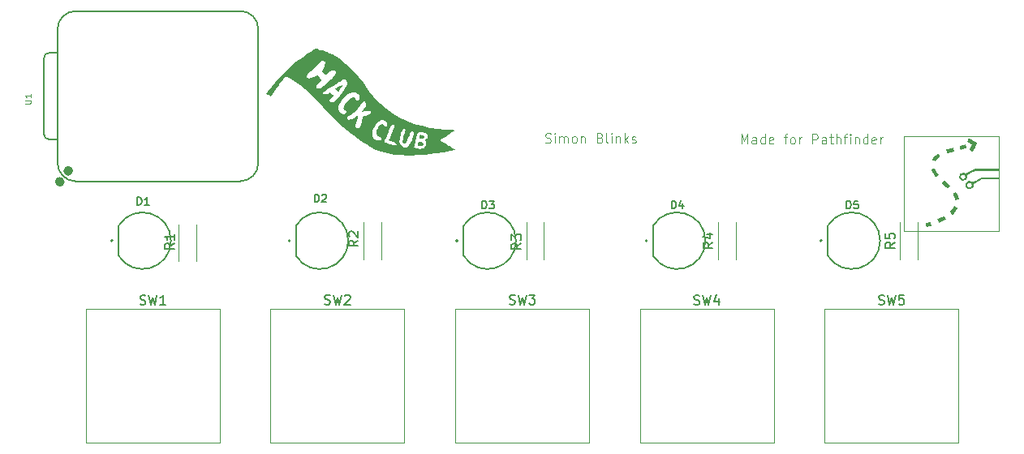
<source format=gbr>
%TF.GenerationSoftware,KiCad,Pcbnew,9.0.2*%
%TF.CreationDate,2025-07-04T18:20:36-07:00*%
%TF.ProjectId,hestia-pathfinder,68657374-6961-42d7-9061-746866696e64,rev?*%
%TF.SameCoordinates,Original*%
%TF.FileFunction,Legend,Top*%
%TF.FilePolarity,Positive*%
%FSLAX46Y46*%
G04 Gerber Fmt 4.6, Leading zero omitted, Abs format (unit mm)*
G04 Created by KiCad (PCBNEW 9.0.2) date 2025-07-04 18:20:36*
%MOMM*%
%LPD*%
G01*
G04 APERTURE LIST*
%ADD10C,0.100000*%
%ADD11C,0.150000*%
%ADD12C,0.101600*%
%ADD13C,0.000000*%
%ADD14C,0.127000*%
%ADD15C,0.200000*%
%ADD16C,0.120000*%
%ADD17C,0.504000*%
G04 APERTURE END LIST*
D10*
X172103884Y-104872419D02*
X172103884Y-103872419D01*
X172103884Y-103872419D02*
X172437217Y-104586704D01*
X172437217Y-104586704D02*
X172770550Y-103872419D01*
X172770550Y-103872419D02*
X172770550Y-104872419D01*
X173675312Y-104872419D02*
X173675312Y-104348609D01*
X173675312Y-104348609D02*
X173627693Y-104253371D01*
X173627693Y-104253371D02*
X173532455Y-104205752D01*
X173532455Y-104205752D02*
X173341979Y-104205752D01*
X173341979Y-104205752D02*
X173246741Y-104253371D01*
X173675312Y-104824800D02*
X173580074Y-104872419D01*
X173580074Y-104872419D02*
X173341979Y-104872419D01*
X173341979Y-104872419D02*
X173246741Y-104824800D01*
X173246741Y-104824800D02*
X173199122Y-104729561D01*
X173199122Y-104729561D02*
X173199122Y-104634323D01*
X173199122Y-104634323D02*
X173246741Y-104539085D01*
X173246741Y-104539085D02*
X173341979Y-104491466D01*
X173341979Y-104491466D02*
X173580074Y-104491466D01*
X173580074Y-104491466D02*
X173675312Y-104443847D01*
X174580074Y-104872419D02*
X174580074Y-103872419D01*
X174580074Y-104824800D02*
X174484836Y-104872419D01*
X174484836Y-104872419D02*
X174294360Y-104872419D01*
X174294360Y-104872419D02*
X174199122Y-104824800D01*
X174199122Y-104824800D02*
X174151503Y-104777180D01*
X174151503Y-104777180D02*
X174103884Y-104681942D01*
X174103884Y-104681942D02*
X174103884Y-104396228D01*
X174103884Y-104396228D02*
X174151503Y-104300990D01*
X174151503Y-104300990D02*
X174199122Y-104253371D01*
X174199122Y-104253371D02*
X174294360Y-104205752D01*
X174294360Y-104205752D02*
X174484836Y-104205752D01*
X174484836Y-104205752D02*
X174580074Y-104253371D01*
X175437217Y-104824800D02*
X175341979Y-104872419D01*
X175341979Y-104872419D02*
X175151503Y-104872419D01*
X175151503Y-104872419D02*
X175056265Y-104824800D01*
X175056265Y-104824800D02*
X175008646Y-104729561D01*
X175008646Y-104729561D02*
X175008646Y-104348609D01*
X175008646Y-104348609D02*
X175056265Y-104253371D01*
X175056265Y-104253371D02*
X175151503Y-104205752D01*
X175151503Y-104205752D02*
X175341979Y-104205752D01*
X175341979Y-104205752D02*
X175437217Y-104253371D01*
X175437217Y-104253371D02*
X175484836Y-104348609D01*
X175484836Y-104348609D02*
X175484836Y-104443847D01*
X175484836Y-104443847D02*
X175008646Y-104539085D01*
X176532456Y-104205752D02*
X176913408Y-104205752D01*
X176675313Y-104872419D02*
X176675313Y-104015276D01*
X176675313Y-104015276D02*
X176722932Y-103920038D01*
X176722932Y-103920038D02*
X176818170Y-103872419D01*
X176818170Y-103872419D02*
X176913408Y-103872419D01*
X177389599Y-104872419D02*
X177294361Y-104824800D01*
X177294361Y-104824800D02*
X177246742Y-104777180D01*
X177246742Y-104777180D02*
X177199123Y-104681942D01*
X177199123Y-104681942D02*
X177199123Y-104396228D01*
X177199123Y-104396228D02*
X177246742Y-104300990D01*
X177246742Y-104300990D02*
X177294361Y-104253371D01*
X177294361Y-104253371D02*
X177389599Y-104205752D01*
X177389599Y-104205752D02*
X177532456Y-104205752D01*
X177532456Y-104205752D02*
X177627694Y-104253371D01*
X177627694Y-104253371D02*
X177675313Y-104300990D01*
X177675313Y-104300990D02*
X177722932Y-104396228D01*
X177722932Y-104396228D02*
X177722932Y-104681942D01*
X177722932Y-104681942D02*
X177675313Y-104777180D01*
X177675313Y-104777180D02*
X177627694Y-104824800D01*
X177627694Y-104824800D02*
X177532456Y-104872419D01*
X177532456Y-104872419D02*
X177389599Y-104872419D01*
X178151504Y-104872419D02*
X178151504Y-104205752D01*
X178151504Y-104396228D02*
X178199123Y-104300990D01*
X178199123Y-104300990D02*
X178246742Y-104253371D01*
X178246742Y-104253371D02*
X178341980Y-104205752D01*
X178341980Y-104205752D02*
X178437218Y-104205752D01*
X179532457Y-104872419D02*
X179532457Y-103872419D01*
X179532457Y-103872419D02*
X179913409Y-103872419D01*
X179913409Y-103872419D02*
X180008647Y-103920038D01*
X180008647Y-103920038D02*
X180056266Y-103967657D01*
X180056266Y-103967657D02*
X180103885Y-104062895D01*
X180103885Y-104062895D02*
X180103885Y-104205752D01*
X180103885Y-104205752D02*
X180056266Y-104300990D01*
X180056266Y-104300990D02*
X180008647Y-104348609D01*
X180008647Y-104348609D02*
X179913409Y-104396228D01*
X179913409Y-104396228D02*
X179532457Y-104396228D01*
X180961028Y-104872419D02*
X180961028Y-104348609D01*
X180961028Y-104348609D02*
X180913409Y-104253371D01*
X180913409Y-104253371D02*
X180818171Y-104205752D01*
X180818171Y-104205752D02*
X180627695Y-104205752D01*
X180627695Y-104205752D02*
X180532457Y-104253371D01*
X180961028Y-104824800D02*
X180865790Y-104872419D01*
X180865790Y-104872419D02*
X180627695Y-104872419D01*
X180627695Y-104872419D02*
X180532457Y-104824800D01*
X180532457Y-104824800D02*
X180484838Y-104729561D01*
X180484838Y-104729561D02*
X180484838Y-104634323D01*
X180484838Y-104634323D02*
X180532457Y-104539085D01*
X180532457Y-104539085D02*
X180627695Y-104491466D01*
X180627695Y-104491466D02*
X180865790Y-104491466D01*
X180865790Y-104491466D02*
X180961028Y-104443847D01*
X181294362Y-104205752D02*
X181675314Y-104205752D01*
X181437219Y-103872419D02*
X181437219Y-104729561D01*
X181437219Y-104729561D02*
X181484838Y-104824800D01*
X181484838Y-104824800D02*
X181580076Y-104872419D01*
X181580076Y-104872419D02*
X181675314Y-104872419D01*
X182008648Y-104872419D02*
X182008648Y-103872419D01*
X182437219Y-104872419D02*
X182437219Y-104348609D01*
X182437219Y-104348609D02*
X182389600Y-104253371D01*
X182389600Y-104253371D02*
X182294362Y-104205752D01*
X182294362Y-104205752D02*
X182151505Y-104205752D01*
X182151505Y-104205752D02*
X182056267Y-104253371D01*
X182056267Y-104253371D02*
X182008648Y-104300990D01*
X182770553Y-104205752D02*
X183151505Y-104205752D01*
X182913410Y-104872419D02*
X182913410Y-104015276D01*
X182913410Y-104015276D02*
X182961029Y-103920038D01*
X182961029Y-103920038D02*
X183056267Y-103872419D01*
X183056267Y-103872419D02*
X183151505Y-103872419D01*
X183484839Y-104872419D02*
X183484839Y-104205752D01*
X183484839Y-103872419D02*
X183437220Y-103920038D01*
X183437220Y-103920038D02*
X183484839Y-103967657D01*
X183484839Y-103967657D02*
X183532458Y-103920038D01*
X183532458Y-103920038D02*
X183484839Y-103872419D01*
X183484839Y-103872419D02*
X183484839Y-103967657D01*
X183961029Y-104205752D02*
X183961029Y-104872419D01*
X183961029Y-104300990D02*
X184008648Y-104253371D01*
X184008648Y-104253371D02*
X184103886Y-104205752D01*
X184103886Y-104205752D02*
X184246743Y-104205752D01*
X184246743Y-104205752D02*
X184341981Y-104253371D01*
X184341981Y-104253371D02*
X184389600Y-104348609D01*
X184389600Y-104348609D02*
X184389600Y-104872419D01*
X185294362Y-104872419D02*
X185294362Y-103872419D01*
X185294362Y-104824800D02*
X185199124Y-104872419D01*
X185199124Y-104872419D02*
X185008648Y-104872419D01*
X185008648Y-104872419D02*
X184913410Y-104824800D01*
X184913410Y-104824800D02*
X184865791Y-104777180D01*
X184865791Y-104777180D02*
X184818172Y-104681942D01*
X184818172Y-104681942D02*
X184818172Y-104396228D01*
X184818172Y-104396228D02*
X184865791Y-104300990D01*
X184865791Y-104300990D02*
X184913410Y-104253371D01*
X184913410Y-104253371D02*
X185008648Y-104205752D01*
X185008648Y-104205752D02*
X185199124Y-104205752D01*
X185199124Y-104205752D02*
X185294362Y-104253371D01*
X186151505Y-104824800D02*
X186056267Y-104872419D01*
X186056267Y-104872419D02*
X185865791Y-104872419D01*
X185865791Y-104872419D02*
X185770553Y-104824800D01*
X185770553Y-104824800D02*
X185722934Y-104729561D01*
X185722934Y-104729561D02*
X185722934Y-104348609D01*
X185722934Y-104348609D02*
X185770553Y-104253371D01*
X185770553Y-104253371D02*
X185865791Y-104205752D01*
X185865791Y-104205752D02*
X186056267Y-104205752D01*
X186056267Y-104205752D02*
X186151505Y-104253371D01*
X186151505Y-104253371D02*
X186199124Y-104348609D01*
X186199124Y-104348609D02*
X186199124Y-104443847D01*
X186199124Y-104443847D02*
X185722934Y-104539085D01*
X186627696Y-104872419D02*
X186627696Y-104205752D01*
X186627696Y-104396228D02*
X186675315Y-104300990D01*
X186675315Y-104300990D02*
X186722934Y-104253371D01*
X186722934Y-104253371D02*
X186818172Y-104205752D01*
X186818172Y-104205752D02*
X186913410Y-104205752D01*
X151656265Y-104724800D02*
X151799122Y-104772419D01*
X151799122Y-104772419D02*
X152037217Y-104772419D01*
X152037217Y-104772419D02*
X152132455Y-104724800D01*
X152132455Y-104724800D02*
X152180074Y-104677180D01*
X152180074Y-104677180D02*
X152227693Y-104581942D01*
X152227693Y-104581942D02*
X152227693Y-104486704D01*
X152227693Y-104486704D02*
X152180074Y-104391466D01*
X152180074Y-104391466D02*
X152132455Y-104343847D01*
X152132455Y-104343847D02*
X152037217Y-104296228D01*
X152037217Y-104296228D02*
X151846741Y-104248609D01*
X151846741Y-104248609D02*
X151751503Y-104200990D01*
X151751503Y-104200990D02*
X151703884Y-104153371D01*
X151703884Y-104153371D02*
X151656265Y-104058133D01*
X151656265Y-104058133D02*
X151656265Y-103962895D01*
X151656265Y-103962895D02*
X151703884Y-103867657D01*
X151703884Y-103867657D02*
X151751503Y-103820038D01*
X151751503Y-103820038D02*
X151846741Y-103772419D01*
X151846741Y-103772419D02*
X152084836Y-103772419D01*
X152084836Y-103772419D02*
X152227693Y-103820038D01*
X152656265Y-104772419D02*
X152656265Y-104105752D01*
X152656265Y-103772419D02*
X152608646Y-103820038D01*
X152608646Y-103820038D02*
X152656265Y-103867657D01*
X152656265Y-103867657D02*
X152703884Y-103820038D01*
X152703884Y-103820038D02*
X152656265Y-103772419D01*
X152656265Y-103772419D02*
X152656265Y-103867657D01*
X153132455Y-104772419D02*
X153132455Y-104105752D01*
X153132455Y-104200990D02*
X153180074Y-104153371D01*
X153180074Y-104153371D02*
X153275312Y-104105752D01*
X153275312Y-104105752D02*
X153418169Y-104105752D01*
X153418169Y-104105752D02*
X153513407Y-104153371D01*
X153513407Y-104153371D02*
X153561026Y-104248609D01*
X153561026Y-104248609D02*
X153561026Y-104772419D01*
X153561026Y-104248609D02*
X153608645Y-104153371D01*
X153608645Y-104153371D02*
X153703883Y-104105752D01*
X153703883Y-104105752D02*
X153846740Y-104105752D01*
X153846740Y-104105752D02*
X153941979Y-104153371D01*
X153941979Y-104153371D02*
X153989598Y-104248609D01*
X153989598Y-104248609D02*
X153989598Y-104772419D01*
X154608645Y-104772419D02*
X154513407Y-104724800D01*
X154513407Y-104724800D02*
X154465788Y-104677180D01*
X154465788Y-104677180D02*
X154418169Y-104581942D01*
X154418169Y-104581942D02*
X154418169Y-104296228D01*
X154418169Y-104296228D02*
X154465788Y-104200990D01*
X154465788Y-104200990D02*
X154513407Y-104153371D01*
X154513407Y-104153371D02*
X154608645Y-104105752D01*
X154608645Y-104105752D02*
X154751502Y-104105752D01*
X154751502Y-104105752D02*
X154846740Y-104153371D01*
X154846740Y-104153371D02*
X154894359Y-104200990D01*
X154894359Y-104200990D02*
X154941978Y-104296228D01*
X154941978Y-104296228D02*
X154941978Y-104581942D01*
X154941978Y-104581942D02*
X154894359Y-104677180D01*
X154894359Y-104677180D02*
X154846740Y-104724800D01*
X154846740Y-104724800D02*
X154751502Y-104772419D01*
X154751502Y-104772419D02*
X154608645Y-104772419D01*
X155370550Y-104105752D02*
X155370550Y-104772419D01*
X155370550Y-104200990D02*
X155418169Y-104153371D01*
X155418169Y-104153371D02*
X155513407Y-104105752D01*
X155513407Y-104105752D02*
X155656264Y-104105752D01*
X155656264Y-104105752D02*
X155751502Y-104153371D01*
X155751502Y-104153371D02*
X155799121Y-104248609D01*
X155799121Y-104248609D02*
X155799121Y-104772419D01*
X157370550Y-104248609D02*
X157513407Y-104296228D01*
X157513407Y-104296228D02*
X157561026Y-104343847D01*
X157561026Y-104343847D02*
X157608645Y-104439085D01*
X157608645Y-104439085D02*
X157608645Y-104581942D01*
X157608645Y-104581942D02*
X157561026Y-104677180D01*
X157561026Y-104677180D02*
X157513407Y-104724800D01*
X157513407Y-104724800D02*
X157418169Y-104772419D01*
X157418169Y-104772419D02*
X157037217Y-104772419D01*
X157037217Y-104772419D02*
X157037217Y-103772419D01*
X157037217Y-103772419D02*
X157370550Y-103772419D01*
X157370550Y-103772419D02*
X157465788Y-103820038D01*
X157465788Y-103820038D02*
X157513407Y-103867657D01*
X157513407Y-103867657D02*
X157561026Y-103962895D01*
X157561026Y-103962895D02*
X157561026Y-104058133D01*
X157561026Y-104058133D02*
X157513407Y-104153371D01*
X157513407Y-104153371D02*
X157465788Y-104200990D01*
X157465788Y-104200990D02*
X157370550Y-104248609D01*
X157370550Y-104248609D02*
X157037217Y-104248609D01*
X158180074Y-104772419D02*
X158084836Y-104724800D01*
X158084836Y-104724800D02*
X158037217Y-104629561D01*
X158037217Y-104629561D02*
X158037217Y-103772419D01*
X158561027Y-104772419D02*
X158561027Y-104105752D01*
X158561027Y-103772419D02*
X158513408Y-103820038D01*
X158513408Y-103820038D02*
X158561027Y-103867657D01*
X158561027Y-103867657D02*
X158608646Y-103820038D01*
X158608646Y-103820038D02*
X158561027Y-103772419D01*
X158561027Y-103772419D02*
X158561027Y-103867657D01*
X159037217Y-104105752D02*
X159037217Y-104772419D01*
X159037217Y-104200990D02*
X159084836Y-104153371D01*
X159084836Y-104153371D02*
X159180074Y-104105752D01*
X159180074Y-104105752D02*
X159322931Y-104105752D01*
X159322931Y-104105752D02*
X159418169Y-104153371D01*
X159418169Y-104153371D02*
X159465788Y-104248609D01*
X159465788Y-104248609D02*
X159465788Y-104772419D01*
X159941979Y-104772419D02*
X159941979Y-103772419D01*
X160037217Y-104391466D02*
X160322931Y-104772419D01*
X160322931Y-104105752D02*
X159941979Y-104486704D01*
X160703884Y-104724800D02*
X160799122Y-104772419D01*
X160799122Y-104772419D02*
X160989598Y-104772419D01*
X160989598Y-104772419D02*
X161084836Y-104724800D01*
X161084836Y-104724800D02*
X161132455Y-104629561D01*
X161132455Y-104629561D02*
X161132455Y-104581942D01*
X161132455Y-104581942D02*
X161084836Y-104486704D01*
X161084836Y-104486704D02*
X160989598Y-104439085D01*
X160989598Y-104439085D02*
X160846741Y-104439085D01*
X160846741Y-104439085D02*
X160751503Y-104391466D01*
X160751503Y-104391466D02*
X160703884Y-104296228D01*
X160703884Y-104296228D02*
X160703884Y-104248609D01*
X160703884Y-104248609D02*
X160751503Y-104153371D01*
X160751503Y-104153371D02*
X160846741Y-104105752D01*
X160846741Y-104105752D02*
X160989598Y-104105752D01*
X160989598Y-104105752D02*
X161084836Y-104153371D01*
D11*
X164849524Y-111654295D02*
X164849524Y-110854295D01*
X164849524Y-110854295D02*
X165040000Y-110854295D01*
X165040000Y-110854295D02*
X165154286Y-110892390D01*
X165154286Y-110892390D02*
X165230476Y-110968580D01*
X165230476Y-110968580D02*
X165268571Y-111044771D01*
X165268571Y-111044771D02*
X165306667Y-111197152D01*
X165306667Y-111197152D02*
X165306667Y-111311438D01*
X165306667Y-111311438D02*
X165268571Y-111463819D01*
X165268571Y-111463819D02*
X165230476Y-111540009D01*
X165230476Y-111540009D02*
X165154286Y-111616200D01*
X165154286Y-111616200D02*
X165040000Y-111654295D01*
X165040000Y-111654295D02*
X164849524Y-111654295D01*
X165992381Y-111120961D02*
X165992381Y-111654295D01*
X165801905Y-110816200D02*
X165611428Y-111387628D01*
X165611428Y-111387628D02*
X166106667Y-111387628D01*
X149134819Y-115266667D02*
X148658628Y-115600000D01*
X149134819Y-115838095D02*
X148134819Y-115838095D01*
X148134819Y-115838095D02*
X148134819Y-115457143D01*
X148134819Y-115457143D02*
X148182438Y-115361905D01*
X148182438Y-115361905D02*
X148230057Y-115314286D01*
X148230057Y-115314286D02*
X148325295Y-115266667D01*
X148325295Y-115266667D02*
X148468152Y-115266667D01*
X148468152Y-115266667D02*
X148563390Y-115314286D01*
X148563390Y-115314286D02*
X148611009Y-115361905D01*
X148611009Y-115361905D02*
X148658628Y-115457143D01*
X148658628Y-115457143D02*
X148658628Y-115838095D01*
X148134819Y-114933333D02*
X148134819Y-114314286D01*
X148134819Y-114314286D02*
X148515771Y-114647619D01*
X148515771Y-114647619D02*
X148515771Y-114504762D01*
X148515771Y-114504762D02*
X148563390Y-114409524D01*
X148563390Y-114409524D02*
X148611009Y-114361905D01*
X148611009Y-114361905D02*
X148706247Y-114314286D01*
X148706247Y-114314286D02*
X148944342Y-114314286D01*
X148944342Y-114314286D02*
X149039580Y-114361905D01*
X149039580Y-114361905D02*
X149087200Y-114409524D01*
X149087200Y-114409524D02*
X149134819Y-114504762D01*
X149134819Y-114504762D02*
X149134819Y-114790476D01*
X149134819Y-114790476D02*
X149087200Y-114885714D01*
X149087200Y-114885714D02*
X149039580Y-114933333D01*
X128626667Y-121613200D02*
X128769524Y-121660819D01*
X128769524Y-121660819D02*
X129007619Y-121660819D01*
X129007619Y-121660819D02*
X129102857Y-121613200D01*
X129102857Y-121613200D02*
X129150476Y-121565580D01*
X129150476Y-121565580D02*
X129198095Y-121470342D01*
X129198095Y-121470342D02*
X129198095Y-121375104D01*
X129198095Y-121375104D02*
X129150476Y-121279866D01*
X129150476Y-121279866D02*
X129102857Y-121232247D01*
X129102857Y-121232247D02*
X129007619Y-121184628D01*
X129007619Y-121184628D02*
X128817143Y-121137009D01*
X128817143Y-121137009D02*
X128721905Y-121089390D01*
X128721905Y-121089390D02*
X128674286Y-121041771D01*
X128674286Y-121041771D02*
X128626667Y-120946533D01*
X128626667Y-120946533D02*
X128626667Y-120851295D01*
X128626667Y-120851295D02*
X128674286Y-120756057D01*
X128674286Y-120756057D02*
X128721905Y-120708438D01*
X128721905Y-120708438D02*
X128817143Y-120660819D01*
X128817143Y-120660819D02*
X129055238Y-120660819D01*
X129055238Y-120660819D02*
X129198095Y-120708438D01*
X129531429Y-120660819D02*
X129769524Y-121660819D01*
X129769524Y-121660819D02*
X129960000Y-120946533D01*
X129960000Y-120946533D02*
X130150476Y-121660819D01*
X130150476Y-121660819D02*
X130388572Y-120660819D01*
X130721905Y-120756057D02*
X130769524Y-120708438D01*
X130769524Y-120708438D02*
X130864762Y-120660819D01*
X130864762Y-120660819D02*
X131102857Y-120660819D01*
X131102857Y-120660819D02*
X131198095Y-120708438D01*
X131198095Y-120708438D02*
X131245714Y-120756057D01*
X131245714Y-120756057D02*
X131293333Y-120851295D01*
X131293333Y-120851295D02*
X131293333Y-120946533D01*
X131293333Y-120946533D02*
X131245714Y-121089390D01*
X131245714Y-121089390D02*
X130674286Y-121660819D01*
X130674286Y-121660819D02*
X131293333Y-121660819D01*
X188134819Y-115166666D02*
X187658628Y-115499999D01*
X188134819Y-115738094D02*
X187134819Y-115738094D01*
X187134819Y-115738094D02*
X187134819Y-115357142D01*
X187134819Y-115357142D02*
X187182438Y-115261904D01*
X187182438Y-115261904D02*
X187230057Y-115214285D01*
X187230057Y-115214285D02*
X187325295Y-115166666D01*
X187325295Y-115166666D02*
X187468152Y-115166666D01*
X187468152Y-115166666D02*
X187563390Y-115214285D01*
X187563390Y-115214285D02*
X187611009Y-115261904D01*
X187611009Y-115261904D02*
X187658628Y-115357142D01*
X187658628Y-115357142D02*
X187658628Y-115738094D01*
X187134819Y-114261904D02*
X187134819Y-114738094D01*
X187134819Y-114738094D02*
X187611009Y-114785713D01*
X187611009Y-114785713D02*
X187563390Y-114738094D01*
X187563390Y-114738094D02*
X187515771Y-114642856D01*
X187515771Y-114642856D02*
X187515771Y-114404761D01*
X187515771Y-114404761D02*
X187563390Y-114309523D01*
X187563390Y-114309523D02*
X187611009Y-114261904D01*
X187611009Y-114261904D02*
X187706247Y-114214285D01*
X187706247Y-114214285D02*
X187944342Y-114214285D01*
X187944342Y-114214285D02*
X188039580Y-114261904D01*
X188039580Y-114261904D02*
X188087200Y-114309523D01*
X188087200Y-114309523D02*
X188134819Y-114404761D01*
X188134819Y-114404761D02*
X188134819Y-114642856D01*
X188134819Y-114642856D02*
X188087200Y-114738094D01*
X188087200Y-114738094D02*
X188039580Y-114785713D01*
X127579524Y-110962295D02*
X127579524Y-110162295D01*
X127579524Y-110162295D02*
X127770000Y-110162295D01*
X127770000Y-110162295D02*
X127884286Y-110200390D01*
X127884286Y-110200390D02*
X127960476Y-110276580D01*
X127960476Y-110276580D02*
X127998571Y-110352771D01*
X127998571Y-110352771D02*
X128036667Y-110505152D01*
X128036667Y-110505152D02*
X128036667Y-110619438D01*
X128036667Y-110619438D02*
X127998571Y-110771819D01*
X127998571Y-110771819D02*
X127960476Y-110848009D01*
X127960476Y-110848009D02*
X127884286Y-110924200D01*
X127884286Y-110924200D02*
X127770000Y-110962295D01*
X127770000Y-110962295D02*
X127579524Y-110962295D01*
X128341428Y-110238485D02*
X128379524Y-110200390D01*
X128379524Y-110200390D02*
X128455714Y-110162295D01*
X128455714Y-110162295D02*
X128646190Y-110162295D01*
X128646190Y-110162295D02*
X128722381Y-110200390D01*
X128722381Y-110200390D02*
X128760476Y-110238485D01*
X128760476Y-110238485D02*
X128798571Y-110314676D01*
X128798571Y-110314676D02*
X128798571Y-110390866D01*
X128798571Y-110390866D02*
X128760476Y-110505152D01*
X128760476Y-110505152D02*
X128303333Y-110962295D01*
X128303333Y-110962295D02*
X128798571Y-110962295D01*
X109366667Y-121633200D02*
X109509524Y-121680819D01*
X109509524Y-121680819D02*
X109747619Y-121680819D01*
X109747619Y-121680819D02*
X109842857Y-121633200D01*
X109842857Y-121633200D02*
X109890476Y-121585580D01*
X109890476Y-121585580D02*
X109938095Y-121490342D01*
X109938095Y-121490342D02*
X109938095Y-121395104D01*
X109938095Y-121395104D02*
X109890476Y-121299866D01*
X109890476Y-121299866D02*
X109842857Y-121252247D01*
X109842857Y-121252247D02*
X109747619Y-121204628D01*
X109747619Y-121204628D02*
X109557143Y-121157009D01*
X109557143Y-121157009D02*
X109461905Y-121109390D01*
X109461905Y-121109390D02*
X109414286Y-121061771D01*
X109414286Y-121061771D02*
X109366667Y-120966533D01*
X109366667Y-120966533D02*
X109366667Y-120871295D01*
X109366667Y-120871295D02*
X109414286Y-120776057D01*
X109414286Y-120776057D02*
X109461905Y-120728438D01*
X109461905Y-120728438D02*
X109557143Y-120680819D01*
X109557143Y-120680819D02*
X109795238Y-120680819D01*
X109795238Y-120680819D02*
X109938095Y-120728438D01*
X110271429Y-120680819D02*
X110509524Y-121680819D01*
X110509524Y-121680819D02*
X110700000Y-120966533D01*
X110700000Y-120966533D02*
X110890476Y-121680819D01*
X110890476Y-121680819D02*
X111128572Y-120680819D01*
X112033333Y-121680819D02*
X111461905Y-121680819D01*
X111747619Y-121680819D02*
X111747619Y-120680819D01*
X111747619Y-120680819D02*
X111652381Y-120823676D01*
X111652381Y-120823676D02*
X111557143Y-120918914D01*
X111557143Y-120918914D02*
X111461905Y-120966533D01*
X167176667Y-121633200D02*
X167319524Y-121680819D01*
X167319524Y-121680819D02*
X167557619Y-121680819D01*
X167557619Y-121680819D02*
X167652857Y-121633200D01*
X167652857Y-121633200D02*
X167700476Y-121585580D01*
X167700476Y-121585580D02*
X167748095Y-121490342D01*
X167748095Y-121490342D02*
X167748095Y-121395104D01*
X167748095Y-121395104D02*
X167700476Y-121299866D01*
X167700476Y-121299866D02*
X167652857Y-121252247D01*
X167652857Y-121252247D02*
X167557619Y-121204628D01*
X167557619Y-121204628D02*
X167367143Y-121157009D01*
X167367143Y-121157009D02*
X167271905Y-121109390D01*
X167271905Y-121109390D02*
X167224286Y-121061771D01*
X167224286Y-121061771D02*
X167176667Y-120966533D01*
X167176667Y-120966533D02*
X167176667Y-120871295D01*
X167176667Y-120871295D02*
X167224286Y-120776057D01*
X167224286Y-120776057D02*
X167271905Y-120728438D01*
X167271905Y-120728438D02*
X167367143Y-120680819D01*
X167367143Y-120680819D02*
X167605238Y-120680819D01*
X167605238Y-120680819D02*
X167748095Y-120728438D01*
X168081429Y-120680819D02*
X168319524Y-121680819D01*
X168319524Y-121680819D02*
X168510000Y-120966533D01*
X168510000Y-120966533D02*
X168700476Y-121680819D01*
X168700476Y-121680819D02*
X168938572Y-120680819D01*
X169748095Y-121014152D02*
X169748095Y-121680819D01*
X169510000Y-120633200D02*
X169271905Y-121347485D01*
X169271905Y-121347485D02*
X169890952Y-121347485D01*
X145079524Y-111654295D02*
X145079524Y-110854295D01*
X145079524Y-110854295D02*
X145270000Y-110854295D01*
X145270000Y-110854295D02*
X145384286Y-110892390D01*
X145384286Y-110892390D02*
X145460476Y-110968580D01*
X145460476Y-110968580D02*
X145498571Y-111044771D01*
X145498571Y-111044771D02*
X145536667Y-111197152D01*
X145536667Y-111197152D02*
X145536667Y-111311438D01*
X145536667Y-111311438D02*
X145498571Y-111463819D01*
X145498571Y-111463819D02*
X145460476Y-111540009D01*
X145460476Y-111540009D02*
X145384286Y-111616200D01*
X145384286Y-111616200D02*
X145270000Y-111654295D01*
X145270000Y-111654295D02*
X145079524Y-111654295D01*
X145803333Y-110854295D02*
X146298571Y-110854295D01*
X146298571Y-110854295D02*
X146031905Y-111159057D01*
X146031905Y-111159057D02*
X146146190Y-111159057D01*
X146146190Y-111159057D02*
X146222381Y-111197152D01*
X146222381Y-111197152D02*
X146260476Y-111235247D01*
X146260476Y-111235247D02*
X146298571Y-111311438D01*
X146298571Y-111311438D02*
X146298571Y-111501914D01*
X146298571Y-111501914D02*
X146260476Y-111578104D01*
X146260476Y-111578104D02*
X146222381Y-111616200D01*
X146222381Y-111616200D02*
X146146190Y-111654295D01*
X146146190Y-111654295D02*
X145917619Y-111654295D01*
X145917619Y-111654295D02*
X145841428Y-111616200D01*
X145841428Y-111616200D02*
X145803333Y-111578104D01*
X132134819Y-114966667D02*
X131658628Y-115300000D01*
X132134819Y-115538095D02*
X131134819Y-115538095D01*
X131134819Y-115538095D02*
X131134819Y-115157143D01*
X131134819Y-115157143D02*
X131182438Y-115061905D01*
X131182438Y-115061905D02*
X131230057Y-115014286D01*
X131230057Y-115014286D02*
X131325295Y-114966667D01*
X131325295Y-114966667D02*
X131468152Y-114966667D01*
X131468152Y-114966667D02*
X131563390Y-115014286D01*
X131563390Y-115014286D02*
X131611009Y-115061905D01*
X131611009Y-115061905D02*
X131658628Y-115157143D01*
X131658628Y-115157143D02*
X131658628Y-115538095D01*
X131230057Y-114585714D02*
X131182438Y-114538095D01*
X131182438Y-114538095D02*
X131134819Y-114442857D01*
X131134819Y-114442857D02*
X131134819Y-114204762D01*
X131134819Y-114204762D02*
X131182438Y-114109524D01*
X131182438Y-114109524D02*
X131230057Y-114061905D01*
X131230057Y-114061905D02*
X131325295Y-114014286D01*
X131325295Y-114014286D02*
X131420533Y-114014286D01*
X131420533Y-114014286D02*
X131563390Y-114061905D01*
X131563390Y-114061905D02*
X132134819Y-114633333D01*
X132134819Y-114633333D02*
X132134819Y-114014286D01*
X183079524Y-111654295D02*
X183079524Y-110854295D01*
X183079524Y-110854295D02*
X183270000Y-110854295D01*
X183270000Y-110854295D02*
X183384286Y-110892390D01*
X183384286Y-110892390D02*
X183460476Y-110968580D01*
X183460476Y-110968580D02*
X183498571Y-111044771D01*
X183498571Y-111044771D02*
X183536667Y-111197152D01*
X183536667Y-111197152D02*
X183536667Y-111311438D01*
X183536667Y-111311438D02*
X183498571Y-111463819D01*
X183498571Y-111463819D02*
X183460476Y-111540009D01*
X183460476Y-111540009D02*
X183384286Y-111616200D01*
X183384286Y-111616200D02*
X183270000Y-111654295D01*
X183270000Y-111654295D02*
X183079524Y-111654295D01*
X184260476Y-110854295D02*
X183879524Y-110854295D01*
X183879524Y-110854295D02*
X183841428Y-111235247D01*
X183841428Y-111235247D02*
X183879524Y-111197152D01*
X183879524Y-111197152D02*
X183955714Y-111159057D01*
X183955714Y-111159057D02*
X184146190Y-111159057D01*
X184146190Y-111159057D02*
X184222381Y-111197152D01*
X184222381Y-111197152D02*
X184260476Y-111235247D01*
X184260476Y-111235247D02*
X184298571Y-111311438D01*
X184298571Y-111311438D02*
X184298571Y-111501914D01*
X184298571Y-111501914D02*
X184260476Y-111578104D01*
X184260476Y-111578104D02*
X184222381Y-111616200D01*
X184222381Y-111616200D02*
X184146190Y-111654295D01*
X184146190Y-111654295D02*
X183955714Y-111654295D01*
X183955714Y-111654295D02*
X183879524Y-111616200D01*
X183879524Y-111616200D02*
X183841428Y-111578104D01*
X186446667Y-121633200D02*
X186589524Y-121680819D01*
X186589524Y-121680819D02*
X186827619Y-121680819D01*
X186827619Y-121680819D02*
X186922857Y-121633200D01*
X186922857Y-121633200D02*
X186970476Y-121585580D01*
X186970476Y-121585580D02*
X187018095Y-121490342D01*
X187018095Y-121490342D02*
X187018095Y-121395104D01*
X187018095Y-121395104D02*
X186970476Y-121299866D01*
X186970476Y-121299866D02*
X186922857Y-121252247D01*
X186922857Y-121252247D02*
X186827619Y-121204628D01*
X186827619Y-121204628D02*
X186637143Y-121157009D01*
X186637143Y-121157009D02*
X186541905Y-121109390D01*
X186541905Y-121109390D02*
X186494286Y-121061771D01*
X186494286Y-121061771D02*
X186446667Y-120966533D01*
X186446667Y-120966533D02*
X186446667Y-120871295D01*
X186446667Y-120871295D02*
X186494286Y-120776057D01*
X186494286Y-120776057D02*
X186541905Y-120728438D01*
X186541905Y-120728438D02*
X186637143Y-120680819D01*
X186637143Y-120680819D02*
X186875238Y-120680819D01*
X186875238Y-120680819D02*
X187018095Y-120728438D01*
X187351429Y-120680819D02*
X187589524Y-121680819D01*
X187589524Y-121680819D02*
X187780000Y-120966533D01*
X187780000Y-120966533D02*
X187970476Y-121680819D01*
X187970476Y-121680819D02*
X188208572Y-120680819D01*
X189065714Y-120680819D02*
X188589524Y-120680819D01*
X188589524Y-120680819D02*
X188541905Y-121157009D01*
X188541905Y-121157009D02*
X188589524Y-121109390D01*
X188589524Y-121109390D02*
X188684762Y-121061771D01*
X188684762Y-121061771D02*
X188922857Y-121061771D01*
X188922857Y-121061771D02*
X189018095Y-121109390D01*
X189018095Y-121109390D02*
X189065714Y-121157009D01*
X189065714Y-121157009D02*
X189113333Y-121252247D01*
X189113333Y-121252247D02*
X189113333Y-121490342D01*
X189113333Y-121490342D02*
X189065714Y-121585580D01*
X189065714Y-121585580D02*
X189018095Y-121633200D01*
X189018095Y-121633200D02*
X188922857Y-121680819D01*
X188922857Y-121680819D02*
X188684762Y-121680819D01*
X188684762Y-121680819D02*
X188589524Y-121633200D01*
X188589524Y-121633200D02*
X188541905Y-121585580D01*
X112954819Y-115266666D02*
X112478628Y-115599999D01*
X112954819Y-115838094D02*
X111954819Y-115838094D01*
X111954819Y-115838094D02*
X111954819Y-115457142D01*
X111954819Y-115457142D02*
X112002438Y-115361904D01*
X112002438Y-115361904D02*
X112050057Y-115314285D01*
X112050057Y-115314285D02*
X112145295Y-115266666D01*
X112145295Y-115266666D02*
X112288152Y-115266666D01*
X112288152Y-115266666D02*
X112383390Y-115314285D01*
X112383390Y-115314285D02*
X112431009Y-115361904D01*
X112431009Y-115361904D02*
X112478628Y-115457142D01*
X112478628Y-115457142D02*
X112478628Y-115838094D01*
X112954819Y-114314285D02*
X112954819Y-114885713D01*
X112954819Y-114599999D02*
X111954819Y-114599999D01*
X111954819Y-114599999D02*
X112097676Y-114695237D01*
X112097676Y-114695237D02*
X112192914Y-114790475D01*
X112192914Y-114790475D02*
X112240533Y-114885713D01*
D12*
X97353479Y-100683809D02*
X97867526Y-100683809D01*
X97867526Y-100683809D02*
X97928002Y-100653571D01*
X97928002Y-100653571D02*
X97958241Y-100623333D01*
X97958241Y-100623333D02*
X97988479Y-100562857D01*
X97988479Y-100562857D02*
X97988479Y-100441904D01*
X97988479Y-100441904D02*
X97958241Y-100381428D01*
X97958241Y-100381428D02*
X97928002Y-100351190D01*
X97928002Y-100351190D02*
X97867526Y-100320952D01*
X97867526Y-100320952D02*
X97353479Y-100320952D01*
X97988479Y-99685952D02*
X97988479Y-100048809D01*
X97988479Y-99867381D02*
X97353479Y-99867381D01*
X97353479Y-99867381D02*
X97444193Y-99927857D01*
X97444193Y-99927857D02*
X97504669Y-99988333D01*
X97504669Y-99988333D02*
X97534907Y-100048809D01*
D11*
X109079524Y-111262295D02*
X109079524Y-110462295D01*
X109079524Y-110462295D02*
X109270000Y-110462295D01*
X109270000Y-110462295D02*
X109384286Y-110500390D01*
X109384286Y-110500390D02*
X109460476Y-110576580D01*
X109460476Y-110576580D02*
X109498571Y-110652771D01*
X109498571Y-110652771D02*
X109536667Y-110805152D01*
X109536667Y-110805152D02*
X109536667Y-110919438D01*
X109536667Y-110919438D02*
X109498571Y-111071819D01*
X109498571Y-111071819D02*
X109460476Y-111148009D01*
X109460476Y-111148009D02*
X109384286Y-111224200D01*
X109384286Y-111224200D02*
X109270000Y-111262295D01*
X109270000Y-111262295D02*
X109079524Y-111262295D01*
X110298571Y-111262295D02*
X109841428Y-111262295D01*
X110070000Y-111262295D02*
X110070000Y-110462295D01*
X110070000Y-110462295D02*
X109993809Y-110576580D01*
X109993809Y-110576580D02*
X109917619Y-110652771D01*
X109917619Y-110652771D02*
X109841428Y-110690866D01*
X147926667Y-121613200D02*
X148069524Y-121660819D01*
X148069524Y-121660819D02*
X148307619Y-121660819D01*
X148307619Y-121660819D02*
X148402857Y-121613200D01*
X148402857Y-121613200D02*
X148450476Y-121565580D01*
X148450476Y-121565580D02*
X148498095Y-121470342D01*
X148498095Y-121470342D02*
X148498095Y-121375104D01*
X148498095Y-121375104D02*
X148450476Y-121279866D01*
X148450476Y-121279866D02*
X148402857Y-121232247D01*
X148402857Y-121232247D02*
X148307619Y-121184628D01*
X148307619Y-121184628D02*
X148117143Y-121137009D01*
X148117143Y-121137009D02*
X148021905Y-121089390D01*
X148021905Y-121089390D02*
X147974286Y-121041771D01*
X147974286Y-121041771D02*
X147926667Y-120946533D01*
X147926667Y-120946533D02*
X147926667Y-120851295D01*
X147926667Y-120851295D02*
X147974286Y-120756057D01*
X147974286Y-120756057D02*
X148021905Y-120708438D01*
X148021905Y-120708438D02*
X148117143Y-120660819D01*
X148117143Y-120660819D02*
X148355238Y-120660819D01*
X148355238Y-120660819D02*
X148498095Y-120708438D01*
X148831429Y-120660819D02*
X149069524Y-121660819D01*
X149069524Y-121660819D02*
X149260000Y-120946533D01*
X149260000Y-120946533D02*
X149450476Y-121660819D01*
X149450476Y-121660819D02*
X149688572Y-120660819D01*
X149974286Y-120660819D02*
X150593333Y-120660819D01*
X150593333Y-120660819D02*
X150260000Y-121041771D01*
X150260000Y-121041771D02*
X150402857Y-121041771D01*
X150402857Y-121041771D02*
X150498095Y-121089390D01*
X150498095Y-121089390D02*
X150545714Y-121137009D01*
X150545714Y-121137009D02*
X150593333Y-121232247D01*
X150593333Y-121232247D02*
X150593333Y-121470342D01*
X150593333Y-121470342D02*
X150545714Y-121565580D01*
X150545714Y-121565580D02*
X150498095Y-121613200D01*
X150498095Y-121613200D02*
X150402857Y-121660819D01*
X150402857Y-121660819D02*
X150117143Y-121660819D01*
X150117143Y-121660819D02*
X150021905Y-121613200D01*
X150021905Y-121613200D02*
X149974286Y-121565580D01*
X169134819Y-115166666D02*
X168658628Y-115499999D01*
X169134819Y-115738094D02*
X168134819Y-115738094D01*
X168134819Y-115738094D02*
X168134819Y-115357142D01*
X168134819Y-115357142D02*
X168182438Y-115261904D01*
X168182438Y-115261904D02*
X168230057Y-115214285D01*
X168230057Y-115214285D02*
X168325295Y-115166666D01*
X168325295Y-115166666D02*
X168468152Y-115166666D01*
X168468152Y-115166666D02*
X168563390Y-115214285D01*
X168563390Y-115214285D02*
X168611009Y-115261904D01*
X168611009Y-115261904D02*
X168658628Y-115357142D01*
X168658628Y-115357142D02*
X168658628Y-115738094D01*
X168468152Y-114309523D02*
X169134819Y-114309523D01*
X168087200Y-114547618D02*
X168801485Y-114785713D01*
X168801485Y-114785713D02*
X168801485Y-114166666D01*
D13*
%TO.C,G\u002A\u002A\u002A*%
G36*
X138692560Y-103954178D02*
G01*
X138810390Y-103980832D01*
X138916778Y-104014454D01*
X138997300Y-104055360D01*
X139023705Y-104113160D01*
X139021769Y-104172795D01*
X139010444Y-104238489D01*
X138979863Y-104278430D01*
X138911138Y-104305832D01*
X138793961Y-104332150D01*
X138673595Y-104354075D01*
X138585797Y-104364951D01*
X138555067Y-104363794D01*
X138547148Y-104322270D01*
X138550155Y-104228814D01*
X138558658Y-104144162D01*
X138584409Y-103937323D01*
X138692560Y-103954178D01*
G37*
G36*
X138657541Y-104672891D02*
G01*
X138770999Y-104713545D01*
X138865294Y-104770899D01*
X138919416Y-104839205D01*
X138922253Y-104848007D01*
X138914532Y-104932325D01*
X138869222Y-105026981D01*
X138806125Y-105092418D01*
X138797778Y-105096658D01*
X138709291Y-105118447D01*
X138593226Y-105126085D01*
X138473017Y-105121046D01*
X138372100Y-105104803D01*
X138313910Y-105078827D01*
X138307844Y-105065864D01*
X138319013Y-105010648D01*
X138346706Y-104918503D01*
X138351325Y-104904757D01*
X138386219Y-104797554D01*
X138411333Y-104712266D01*
X138412290Y-104708561D01*
X138457177Y-104664653D01*
X138545931Y-104654677D01*
X138657541Y-104672891D01*
G37*
G36*
X130458667Y-98808017D02*
G01*
X130420708Y-98897083D01*
X130350093Y-99020834D01*
X130253789Y-99166555D01*
X130187319Y-99258258D01*
X130109594Y-99352834D01*
X130048191Y-99388333D01*
X129980573Y-99366269D01*
X129884207Y-99288157D01*
X129874323Y-99279301D01*
X129789668Y-99204299D01*
X129740866Y-99152357D01*
X129733877Y-99111934D01*
X129774665Y-99071482D01*
X129869196Y-99019455D01*
X130023433Y-98944314D01*
X130055436Y-98928695D01*
X130208609Y-98856693D01*
X130337071Y-98801876D01*
X130425459Y-98770455D01*
X130457002Y-98766342D01*
X130458667Y-98808017D01*
G37*
G36*
X127878860Y-94919512D02*
G01*
X127909459Y-94955373D01*
X127911614Y-94959309D01*
X127951310Y-95006089D01*
X128024064Y-95040644D01*
X128149362Y-95071538D01*
X128181042Y-95077763D01*
X128424504Y-95131781D01*
X128654046Y-95200282D01*
X128889006Y-95290651D01*
X129148719Y-95410282D01*
X129433305Y-95556341D01*
X129904631Y-95830380D01*
X130365516Y-96147679D01*
X130820352Y-96512532D01*
X131273537Y-96929239D01*
X131729470Y-97402097D01*
X132192544Y-97935407D01*
X132667153Y-98533466D01*
X133151730Y-99192185D01*
X133314231Y-99414765D01*
X133492050Y-99648710D01*
X133669392Y-99873849D01*
X133830457Y-100070011D01*
X133922576Y-100176502D01*
X134468636Y-100731813D01*
X135072211Y-101240836D01*
X135729067Y-101701673D01*
X136434969Y-102112422D01*
X137185683Y-102471187D01*
X137976975Y-102776067D01*
X138804613Y-103025163D01*
X139664358Y-103216577D01*
X140551980Y-103348408D01*
X141106838Y-103398864D01*
X141336696Y-103413945D01*
X141556803Y-103426810D01*
X141748654Y-103436485D01*
X141893742Y-103442004D01*
X141948509Y-103442917D01*
X142065110Y-103449482D01*
X142145287Y-103466299D01*
X142167370Y-103482106D01*
X142139682Y-103512782D01*
X142056355Y-103577717D01*
X141926162Y-103670738D01*
X141757881Y-103785676D01*
X141560283Y-103916365D01*
X141428399Y-104001633D01*
X141216040Y-104138305D01*
X141026039Y-104261589D01*
X140867465Y-104365520D01*
X140749385Y-104444135D01*
X140680863Y-104491464D01*
X140667285Y-104502407D01*
X140695435Y-104526227D01*
X140780785Y-104582261D01*
X140914461Y-104665070D01*
X141087585Y-104769223D01*
X141291283Y-104889283D01*
X141443908Y-104977917D01*
X141675397Y-105113212D01*
X141877245Y-105234410D01*
X142041361Y-105336419D01*
X142159654Y-105414148D01*
X142224029Y-105462510D01*
X142233522Y-105474558D01*
X142197209Y-105497017D01*
X142090295Y-105530138D01*
X141917321Y-105572903D01*
X141682829Y-105624300D01*
X141391366Y-105683308D01*
X141047473Y-105748912D01*
X140824028Y-105789903D01*
X140465192Y-105848029D01*
X140051095Y-105903619D01*
X139599811Y-105955080D01*
X139129415Y-106000827D01*
X138657981Y-106039270D01*
X138203583Y-106068822D01*
X137784297Y-106087895D01*
X137418198Y-106094900D01*
X137355066Y-106094728D01*
X136589209Y-106067318D01*
X135870231Y-105996589D01*
X135202475Y-105883285D01*
X134590284Y-105728154D01*
X134037995Y-105531939D01*
X134007940Y-105519335D01*
X133824821Y-105432453D01*
X133592955Y-105307726D01*
X133324619Y-105152685D01*
X133032085Y-104974867D01*
X132727628Y-104781810D01*
X132426660Y-104583117D01*
X134898093Y-104583117D01*
X134909955Y-104658988D01*
X134962932Y-104723878D01*
X135064125Y-104784660D01*
X135220631Y-104848204D01*
X135439550Y-104921382D01*
X135585126Y-104966986D01*
X135810461Y-105025611D01*
X135976488Y-105042547D01*
X136087494Y-105017801D01*
X136139663Y-104967832D01*
X136137296Y-104903768D01*
X136070715Y-104831662D01*
X135950020Y-104759590D01*
X135808987Y-104703252D01*
X135664179Y-104649092D01*
X135609879Y-104624932D01*
X136449713Y-104624932D01*
X136484004Y-104817460D01*
X136576907Y-104993560D01*
X136714304Y-105137065D01*
X136882078Y-105231810D01*
X137004266Y-105259944D01*
X137156815Y-105237410D01*
X137223564Y-105196837D01*
X137963660Y-105196837D01*
X137986792Y-105254287D01*
X138074160Y-105311078D01*
X138214126Y-105361534D01*
X138373624Y-105396542D01*
X138566693Y-105409700D01*
X138760187Y-105390429D01*
X138930635Y-105343354D01*
X139054560Y-105273109D01*
X139069169Y-105259345D01*
X139144398Y-105137536D01*
X139186721Y-104978004D01*
X139194638Y-104807198D01*
X139166657Y-104651566D01*
X139109496Y-104546276D01*
X139095221Y-104505521D01*
X139141455Y-104462192D01*
X139150969Y-104456164D01*
X139253758Y-104357581D01*
X139334499Y-104218077D01*
X139377818Y-104069487D01*
X139378801Y-103984269D01*
X139360652Y-103902986D01*
X139322221Y-103848441D01*
X139243532Y-103798929D01*
X139179561Y-103767723D01*
X139026829Y-103715330D01*
X138841670Y-103679851D01*
X138653500Y-103664484D01*
X138491739Y-103672421D01*
X138429499Y-103686274D01*
X138375498Y-103709258D01*
X138339708Y-103748437D01*
X138309807Y-103824102D01*
X138279596Y-103933108D01*
X138253352Y-104035028D01*
X138214839Y-104186880D01*
X138168340Y-104371512D01*
X138118148Y-104571770D01*
X138068546Y-104770505D01*
X138023826Y-104950563D01*
X137988276Y-105094789D01*
X137966182Y-105186036D01*
X137963660Y-105196837D01*
X137223564Y-105196837D01*
X137310032Y-105144278D01*
X137459261Y-104985817D01*
X137599850Y-104767288D01*
X137727145Y-104493957D01*
X137761681Y-104403060D01*
X137854993Y-104119890D01*
X137907307Y-103896549D01*
X137918938Y-103729018D01*
X137890205Y-103613280D01*
X137828963Y-103549420D01*
X137756370Y-103531118D01*
X137687299Y-103567207D01*
X137617682Y-103663045D01*
X137543451Y-103823988D01*
X137472914Y-104018271D01*
X137379255Y-104272047D01*
X137281145Y-104494804D01*
X137184574Y-104675031D01*
X137095530Y-104801215D01*
X137038955Y-104852447D01*
X136950405Y-104868150D01*
X136857005Y-104830004D01*
X136797558Y-104762862D01*
X136783589Y-104697044D01*
X136790753Y-104587282D01*
X136820318Y-104426522D01*
X136873553Y-104207707D01*
X136942507Y-103956164D01*
X137005366Y-103720906D01*
X137041610Y-103546639D01*
X137051814Y-103423334D01*
X137036551Y-103340960D01*
X136996395Y-103289490D01*
X136981257Y-103279529D01*
X136887428Y-103261398D01*
X136800954Y-103317313D01*
X136724532Y-103445416D01*
X136718216Y-103460482D01*
X136666193Y-103608325D01*
X136610822Y-103798983D01*
X136556928Y-104011501D01*
X136509348Y-104224930D01*
X136472909Y-104418314D01*
X136452445Y-104570702D01*
X136449713Y-104624932D01*
X135609879Y-104624932D01*
X135525459Y-104587370D01*
X135466879Y-104556610D01*
X135331530Y-104478465D01*
X135441217Y-104245426D01*
X135606074Y-103885644D01*
X135732947Y-103586603D01*
X135823225Y-103343984D01*
X135878298Y-103153468D01*
X135899554Y-103010735D01*
X135894546Y-102966224D01*
X135888385Y-102911467D01*
X135877959Y-102887760D01*
X135834941Y-102842281D01*
X135766989Y-102845938D01*
X135730219Y-102858473D01*
X135671266Y-102888216D01*
X135616764Y-102936386D01*
X135561161Y-103012583D01*
X135498901Y-103126398D01*
X135424431Y-103287424D01*
X135332198Y-103505258D01*
X135275376Y-103644153D01*
X135191595Y-103848428D01*
X135107032Y-104051115D01*
X135031099Y-104229864D01*
X134973209Y-104362321D01*
X134969320Y-104370953D01*
X134920248Y-104489396D01*
X134898093Y-104583117D01*
X132426660Y-104583117D01*
X132423523Y-104581046D01*
X132132044Y-104380116D01*
X132007874Y-104291364D01*
X131645369Y-104022533D01*
X131393468Y-103825442D01*
X133593947Y-103825442D01*
X133615689Y-104052521D01*
X133699424Y-104248024D01*
X133837239Y-104401659D01*
X134021218Y-104503131D01*
X134137803Y-104532750D01*
X134300771Y-104535450D01*
X134438086Y-104493131D01*
X134528311Y-104412561D01*
X134530502Y-104408871D01*
X134566261Y-104316298D01*
X134545545Y-104245574D01*
X134461422Y-104186676D01*
X134345971Y-104142047D01*
X134194254Y-104076171D01*
X134101139Y-103989600D01*
X134056881Y-103866364D01*
X134051723Y-103690498D01*
X134053415Y-103662964D01*
X134073898Y-103505267D01*
X134118798Y-103364780D01*
X134200108Y-103204427D01*
X134203901Y-103197753D01*
X134328878Y-103008796D01*
X134452136Y-102888614D01*
X134581801Y-102830574D01*
X134663004Y-102822767D01*
X134743884Y-102830990D01*
X134798109Y-102866375D01*
X134856022Y-102948984D01*
X134857465Y-102951319D01*
X134944694Y-103055277D01*
X135026169Y-103086471D01*
X135093563Y-103048138D01*
X135138547Y-102943524D01*
X135152066Y-102836696D01*
X135142614Y-102770935D01*
X135128027Y-102669432D01*
X135047213Y-102538259D01*
X134922141Y-102447928D01*
X134765325Y-102403192D01*
X134589283Y-102408807D01*
X134406532Y-102469522D01*
X134319049Y-102520343D01*
X134149069Y-102668292D01*
X133983788Y-102871876D01*
X133834391Y-103110961D01*
X133712063Y-103365411D01*
X133627995Y-103615089D01*
X133593947Y-103825442D01*
X131393468Y-103825442D01*
X131297767Y-103750564D01*
X130956550Y-103467708D01*
X130613199Y-103166219D01*
X130259197Y-102838349D01*
X129886023Y-102476353D01*
X129625355Y-102213728D01*
X130955760Y-102213728D01*
X130978467Y-102272841D01*
X131061289Y-102338913D01*
X131189291Y-102359953D01*
X131348785Y-102339066D01*
X131526079Y-102279356D01*
X131707481Y-102183929D01*
X131859387Y-102073088D01*
X131958520Y-101998190D01*
X132027436Y-101972994D01*
X132084165Y-101988911D01*
X132112970Y-102011301D01*
X132126040Y-102045301D01*
X132121179Y-102103401D01*
X132096187Y-102198095D01*
X132048860Y-102341872D01*
X131994700Y-102497064D01*
X131922210Y-102711350D01*
X131876982Y-102868220D01*
X131856157Y-102980084D01*
X131856876Y-103059349D01*
X131860791Y-103078346D01*
X131921403Y-103195416D01*
X132019280Y-103258470D01*
X132137315Y-103256628D01*
X132139787Y-103255847D01*
X132244601Y-103197545D01*
X132331626Y-103090973D01*
X132406240Y-102927013D01*
X132473821Y-102696547D01*
X132476796Y-102684412D01*
X132515577Y-102510957D01*
X132542963Y-102365355D01*
X132546808Y-102344914D01*
X132565361Y-102214517D01*
X132567870Y-102183282D01*
X132576253Y-102021765D01*
X132732746Y-101985281D01*
X132909239Y-101933795D01*
X133087942Y-101864261D01*
X133250300Y-101785741D01*
X133377755Y-101707296D01*
X133451754Y-101637981D01*
X133455079Y-101632638D01*
X133487759Y-101533305D01*
X133452514Y-101466992D01*
X133349984Y-101433825D01*
X133180807Y-101433932D01*
X132945627Y-101467439D01*
X132787654Y-101500314D01*
X132639442Y-101530640D01*
X132531295Y-101546417D01*
X132475370Y-101546317D01*
X132475732Y-101534434D01*
X132523245Y-101481672D01*
X132598966Y-101381270D01*
X132690609Y-101249963D01*
X132747754Y-101163877D01*
X132842143Y-101017234D01*
X132901226Y-100916510D01*
X132931605Y-100844173D01*
X132939891Y-100782684D01*
X132932686Y-100714510D01*
X132927769Y-100686050D01*
X132902806Y-100609442D01*
X132886388Y-100559056D01*
X132822014Y-100483040D01*
X132821012Y-100482453D01*
X132747270Y-100458395D01*
X132669654Y-100475874D01*
X132580872Y-100540779D01*
X132473618Y-100659006D01*
X132340595Y-100836444D01*
X132286223Y-100914174D01*
X132077724Y-101195927D01*
X131872002Y-101426668D01*
X131647558Y-101627465D01*
X131382908Y-101819382D01*
X131321485Y-101859702D01*
X131145544Y-101978985D01*
X131030542Y-102072211D01*
X130969581Y-102147688D01*
X130955760Y-102213728D01*
X129625355Y-102213728D01*
X129485158Y-102072478D01*
X129048085Y-101618980D01*
X128912994Y-101476706D01*
X128485608Y-101028055D01*
X130092032Y-101028055D01*
X130092538Y-101256539D01*
X130160312Y-101455512D01*
X130229181Y-101554489D01*
X130352829Y-101679358D01*
X130468622Y-101746428D01*
X130598593Y-101767826D01*
X130616903Y-101767894D01*
X130759649Y-101733853D01*
X130859766Y-101639656D01*
X130888461Y-101578782D01*
X130877991Y-101510190D01*
X130803386Y-101417690D01*
X130769850Y-101386086D01*
X130661109Y-101264898D01*
X130612062Y-101142955D01*
X130621904Y-101005740D01*
X130689840Y-100838725D01*
X130735223Y-100756682D01*
X130924017Y-100498297D01*
X131166117Y-100267079D01*
X131439002Y-100084311D01*
X131456199Y-100075175D01*
X131616085Y-100010281D01*
X131736573Y-100007196D01*
X131824897Y-100067658D01*
X131882821Y-100177710D01*
X131938433Y-100298267D01*
X132001278Y-100354212D01*
X132085595Y-100356663D01*
X132105874Y-100351824D01*
X132202665Y-100290060D01*
X132269500Y-100178455D01*
X132301041Y-100039124D01*
X132291948Y-99894175D01*
X132244620Y-99777214D01*
X132137207Y-99662944D01*
X131984461Y-99564337D01*
X131817079Y-99498893D01*
X131729018Y-99483300D01*
X131515681Y-99500569D01*
X131282957Y-99579218D01*
X131042356Y-99711141D01*
X130805377Y-99888228D01*
X130583527Y-100102369D01*
X130388311Y-100345453D01*
X130292006Y-100496199D01*
X130158589Y-100773472D01*
X130092032Y-101028055D01*
X128485608Y-101028055D01*
X128432227Y-100972018D01*
X127996330Y-100521409D01*
X127788941Y-100311344D01*
X127600982Y-100120962D01*
X127241857Y-99766766D01*
X127032494Y-99567231D01*
X128483499Y-99567231D01*
X128506786Y-99653365D01*
X128586715Y-99702793D01*
X128715752Y-99709823D01*
X128835543Y-99685232D01*
X128963870Y-99641882D01*
X129073966Y-99594875D01*
X129110454Y-99574745D01*
X129162506Y-99547561D01*
X129211771Y-99548168D01*
X129279400Y-99582836D01*
X129383648Y-99655738D01*
X129483479Y-99730730D01*
X129553667Y-99788286D01*
X129576862Y-99812761D01*
X129554052Y-99847082D01*
X129488715Y-99918214D01*
X129394358Y-100011559D01*
X129382059Y-100023244D01*
X129248150Y-100155103D01*
X129165496Y-100251673D01*
X129125888Y-100325064D01*
X129121112Y-100387388D01*
X129124516Y-100403095D01*
X129182959Y-100486469D01*
X129295384Y-100526483D01*
X129450888Y-100519447D01*
X129461884Y-100517343D01*
X129544712Y-100495931D01*
X129618080Y-100461173D01*
X129697161Y-100401847D01*
X129797123Y-100306730D01*
X129856526Y-100244775D01*
X129920276Y-100178283D01*
X130212934Y-99852077D01*
X130453798Y-99548275D01*
X130656019Y-99249733D01*
X130738169Y-99112099D01*
X130876444Y-98845591D01*
X130957739Y-98625984D01*
X130982488Y-98450320D01*
X130951135Y-98315640D01*
X130870058Y-98223158D01*
X130753058Y-98177926D01*
X130603985Y-98190519D01*
X130418200Y-98262024D01*
X130219268Y-98375418D01*
X130104692Y-98447159D01*
X129939804Y-98549125D01*
X129739391Y-98672236D01*
X129518242Y-98807409D01*
X129291147Y-98945565D01*
X129257576Y-98965929D01*
X129049195Y-99094062D01*
X128862300Y-99212374D01*
X128707011Y-99314181D01*
X128593451Y-99392798D01*
X128531741Y-99441542D01*
X128524390Y-99450087D01*
X128483499Y-99567231D01*
X127032494Y-99567231D01*
X126914632Y-99454902D01*
X126614987Y-99181456D01*
X126338595Y-98942515D01*
X126081133Y-98734161D01*
X125838281Y-98552482D01*
X125605711Y-98393560D01*
X125379103Y-98253482D01*
X125308984Y-98213044D01*
X125121669Y-98110621D01*
X124940091Y-98018142D01*
X124777826Y-97941857D01*
X124693391Y-97906715D01*
X126765102Y-97906715D01*
X126824899Y-97984412D01*
X126852550Y-98002499D01*
X127002430Y-98045965D01*
X127188629Y-98023912D01*
X127411833Y-97936202D01*
X127535232Y-97869033D01*
X127666227Y-97791478D01*
X127771577Y-97727856D01*
X127834370Y-97688430D01*
X127843429Y-97682032D01*
X127873770Y-97701800D01*
X127937371Y-97765659D01*
X128020671Y-97857778D01*
X128110105Y-97962325D01*
X128192112Y-98063467D01*
X128253128Y-98145372D01*
X128279254Y-98190784D01*
X128257525Y-98224885D01*
X128194889Y-98302226D01*
X128101933Y-98410079D01*
X128025244Y-98496086D01*
X127888435Y-98653830D01*
X127801377Y-98770363D01*
X127757250Y-98855291D01*
X127749865Y-98883918D01*
X127753531Y-99002868D01*
X127813587Y-99076168D01*
X127928494Y-99106047D01*
X127934265Y-99107547D01*
X128005401Y-99109092D01*
X128128113Y-99093804D01*
X128234077Y-99061249D01*
X128240230Y-99058233D01*
X128303404Y-99013766D01*
X128410893Y-98925088D01*
X128552770Y-98801281D01*
X128719103Y-98651438D01*
X128899966Y-98484639D01*
X129085430Y-98309974D01*
X129265562Y-98136529D01*
X129430438Y-97973390D01*
X129475156Y-97928106D01*
X129635963Y-97756524D01*
X129742731Y-97621126D01*
X129801096Y-97510953D01*
X129816691Y-97415049D01*
X129795155Y-97322457D01*
X129791337Y-97313329D01*
X129752005Y-97235030D01*
X129705247Y-97198981D01*
X129620159Y-97184768D01*
X129593391Y-97182557D01*
X129520003Y-97183644D01*
X129443234Y-97203635D01*
X129348251Y-97249510D01*
X129220214Y-97328245D01*
X129072093Y-97427741D01*
X128925615Y-97527747D01*
X128803695Y-97610424D01*
X128719022Y-97667202D01*
X128684294Y-97689513D01*
X128684278Y-97689520D01*
X128654460Y-97665891D01*
X128593988Y-97599812D01*
X128517900Y-97509619D01*
X128441235Y-97413650D01*
X128379029Y-97330245D01*
X128346321Y-97277743D01*
X128346029Y-97277026D01*
X128352688Y-97217254D01*
X128415721Y-97128694D01*
X128436052Y-97106068D01*
X128533303Y-96969355D01*
X128610739Y-96801785D01*
X128662955Y-96624248D01*
X128684539Y-96457635D01*
X128670085Y-96322842D01*
X128650387Y-96278139D01*
X128559723Y-96178556D01*
X128452612Y-96148264D01*
X128326638Y-96187881D01*
X128179390Y-96298025D01*
X128049175Y-96432209D01*
X127622964Y-96889591D01*
X127184208Y-97309718D01*
X127156432Y-97334772D01*
X126961196Y-97523140D01*
X126831839Y-97679182D01*
X126766944Y-97806006D01*
X126765102Y-97906715D01*
X124693391Y-97906715D01*
X124648454Y-97888012D01*
X124565555Y-97862859D01*
X124547255Y-97862501D01*
X124496170Y-97901012D01*
X124409747Y-97993844D01*
X124294751Y-98131990D01*
X124157954Y-98306438D01*
X124006118Y-98508186D01*
X123846015Y-98728224D01*
X123684409Y-98957544D01*
X123528071Y-99187140D01*
X123383765Y-99408004D01*
X123371001Y-99428090D01*
X123050125Y-99934359D01*
X122808302Y-99794741D01*
X122566478Y-99655125D01*
X122638340Y-99530655D01*
X122706576Y-99424847D01*
X122813702Y-99273672D01*
X122949831Y-99090105D01*
X123105075Y-98887119D01*
X123269544Y-98677688D01*
X123433350Y-98474790D01*
X123549720Y-98334830D01*
X124020839Y-97806319D01*
X124524602Y-97299898D01*
X125069794Y-96807955D01*
X125174740Y-96722457D01*
X125665201Y-96322882D01*
X126319611Y-95837067D01*
X126880526Y-95450133D01*
X127154707Y-95267950D01*
X127373713Y-95126613D01*
X127544337Y-95022896D01*
X127673372Y-94953559D01*
X127767608Y-94915371D01*
X127833841Y-94905100D01*
X127878860Y-94919512D01*
G37*
G36*
X199100000Y-109100000D02*
G01*
X199100000Y-114100000D01*
X194100000Y-114100000D01*
X189100000Y-114100000D01*
X189100000Y-114000000D01*
X189200000Y-114000000D01*
X194100000Y-114000000D01*
X199000000Y-114000000D01*
X199000000Y-111300000D01*
X199000000Y-108600000D01*
X198116889Y-108599999D01*
X197233779Y-108599999D01*
X196787177Y-108834999D01*
X196340575Y-109070000D01*
X196340287Y-109177293D01*
X196321396Y-109298639D01*
X196269354Y-109411994D01*
X196190130Y-109505876D01*
X196155156Y-109533356D01*
X196049541Y-109583398D01*
X195931132Y-109600713D01*
X195810697Y-109584899D01*
X195722609Y-109549490D01*
X195619661Y-109473025D01*
X195547463Y-109376497D01*
X195507230Y-109266669D01*
X195503499Y-109205124D01*
X195682668Y-109205124D01*
X195712388Y-109286519D01*
X195775402Y-109359450D01*
X195830000Y-109397759D01*
X195890012Y-109413496D01*
X195964148Y-109408013D01*
X196034566Y-109384139D01*
X196070357Y-109359663D01*
X196128478Y-109281556D01*
X196152005Y-109195627D01*
X196142798Y-109110170D01*
X196102715Y-109033475D01*
X196033616Y-108973834D01*
X195978369Y-108949482D01*
X195899666Y-108943900D01*
X195820049Y-108970496D01*
X195749906Y-109023079D01*
X195699628Y-109095459D01*
X195689482Y-109121630D01*
X195682668Y-109205124D01*
X195503499Y-109205124D01*
X195500176Y-109150301D01*
X195527514Y-109034157D01*
X195590458Y-108924996D01*
X195606945Y-108905144D01*
X195698480Y-108827766D01*
X195805972Y-108779895D01*
X195920841Y-108762202D01*
X196034510Y-108775357D01*
X196138400Y-108820030D01*
X196189727Y-108859640D01*
X196202702Y-108870477D01*
X196217427Y-108876443D01*
X196238203Y-108875763D01*
X196269332Y-108866660D01*
X196315114Y-108847358D01*
X196379851Y-108816081D01*
X196467844Y-108771052D01*
X196583394Y-108710497D01*
X196700000Y-108648920D01*
X197170000Y-108400469D01*
X198085000Y-108400234D01*
X199000000Y-108400000D01*
X199000000Y-108050000D01*
X199000000Y-107700000D01*
X197775000Y-107700344D01*
X196550000Y-107700688D01*
X196103516Y-107937256D01*
X195657033Y-108173825D01*
X195653516Y-108315238D01*
X195649023Y-108397101D01*
X195637511Y-108454907D01*
X195614535Y-108504514D01*
X195590000Y-108541790D01*
X195504225Y-108632210D01*
X195401552Y-108690866D01*
X195289221Y-108717743D01*
X195174473Y-108712828D01*
X195064548Y-108676107D01*
X194966688Y-108607568D01*
X194910921Y-108543053D01*
X194859517Y-108437252D01*
X194840232Y-108318849D01*
X194845515Y-108272645D01*
X195029572Y-108272645D01*
X195032338Y-108357071D01*
X195049558Y-108406245D01*
X195096883Y-108469094D01*
X195164917Y-108516947D01*
X195237818Y-108539106D01*
X195246977Y-108539544D01*
X195289568Y-108531502D01*
X195344360Y-108511264D01*
X195350431Y-108508454D01*
X195408372Y-108463692D01*
X195454829Y-108397593D01*
X195478805Y-108327001D01*
X195480000Y-108310000D01*
X195463202Y-108239275D01*
X195419927Y-108169745D01*
X195360848Y-108117426D01*
X195346510Y-108109684D01*
X195259672Y-108087096D01*
X195178364Y-108098285D01*
X195108781Y-108137065D01*
X195057118Y-108197247D01*
X195029572Y-108272645D01*
X194845515Y-108272645D01*
X194853816Y-108200056D01*
X194884977Y-108120000D01*
X194959304Y-108020069D01*
X195056006Y-107948734D01*
X195167557Y-107908289D01*
X195286431Y-107901029D01*
X195405102Y-107929252D01*
X195446601Y-107948688D01*
X195543202Y-108000577D01*
X196017886Y-107750288D01*
X196492570Y-107500000D01*
X197746285Y-107500000D01*
X199000000Y-107500000D01*
X199000000Y-105850000D01*
X199000000Y-104200000D01*
X194100000Y-104200000D01*
X189200000Y-104200000D01*
X189200000Y-109100000D01*
X189200000Y-114000000D01*
X189100000Y-114000000D01*
X189100000Y-109100000D01*
X189100000Y-104100000D01*
X194100000Y-104100000D01*
X199100000Y-104100000D01*
X199100000Y-109100000D01*
G37*
G36*
X191840455Y-113053938D02*
G01*
X191856963Y-113084282D01*
X191878154Y-113139361D01*
X191900956Y-113208687D01*
X191922297Y-113281773D01*
X191939103Y-113348132D01*
X191948304Y-113397276D01*
X191947231Y-113418442D01*
X191916265Y-113433574D01*
X191856764Y-113454254D01*
X191779294Y-113477599D01*
X191694422Y-113500728D01*
X191612714Y-113520759D01*
X191544737Y-113534809D01*
X191501548Y-113540000D01*
X191433324Y-113523427D01*
X191378461Y-113481538D01*
X191335906Y-113426377D01*
X191320659Y-113364669D01*
X191320000Y-113342653D01*
X191326696Y-113279074D01*
X191350284Y-113228515D01*
X191396010Y-113186688D01*
X191469118Y-113149302D01*
X191574857Y-113112069D01*
X191617938Y-113099046D01*
X191703708Y-113075582D01*
X191775114Y-113059360D01*
X191823686Y-113052097D01*
X191840455Y-113053938D01*
G37*
G36*
X193307632Y-112476950D02*
G01*
X193369969Y-112577584D01*
X193412832Y-112650116D01*
X193438518Y-112700001D01*
X193449324Y-112732694D01*
X193447544Y-112753650D01*
X193435477Y-112768324D01*
X193431558Y-112771333D01*
X193399537Y-112790677D01*
X193339502Y-112823500D01*
X193259079Y-112865932D01*
X193165892Y-112914101D01*
X193067566Y-112964136D01*
X192971726Y-113012166D01*
X192885996Y-113054321D01*
X192818001Y-113086729D01*
X192775365Y-113105519D01*
X192768459Y-113107982D01*
X192746944Y-113109813D01*
X192727279Y-113096681D01*
X192704867Y-113062323D01*
X192675108Y-113000477D01*
X192653459Y-112951361D01*
X192621154Y-112875053D01*
X192596090Y-112812183D01*
X192581892Y-112772023D01*
X192580000Y-112763434D01*
X192597013Y-112746341D01*
X192640991Y-112721668D01*
X192685769Y-112701716D01*
X192744589Y-112675373D01*
X192827532Y-112634975D01*
X192923771Y-112585933D01*
X193022484Y-112533653D01*
X193026749Y-112531344D01*
X193261960Y-112403900D01*
X193307632Y-112476950D01*
G37*
G36*
X194502128Y-111471068D02*
G01*
X194577274Y-111510550D01*
X194636714Y-111545095D01*
X194672758Y-111570041D01*
X194680000Y-111578890D01*
X194668068Y-111609416D01*
X194635492Y-111664135D01*
X194587096Y-111736396D01*
X194527708Y-111819548D01*
X194462154Y-111906944D01*
X194395260Y-111991932D01*
X194331852Y-112067863D01*
X194296184Y-112107716D01*
X194149764Y-112265432D01*
X194013116Y-112112751D01*
X193876468Y-111960071D01*
X194024331Y-111800910D01*
X194096318Y-111718591D01*
X194166975Y-111629571D01*
X194225623Y-111547642D01*
X194248226Y-111511742D01*
X194324256Y-111381736D01*
X194502128Y-111471068D01*
G37*
G36*
X194498484Y-109880148D02*
G01*
X194534257Y-109918653D01*
X194578113Y-109981969D01*
X194626210Y-110064120D01*
X194674703Y-110159131D01*
X194711040Y-110240000D01*
X194741418Y-110317998D01*
X194771315Y-110404907D01*
X194798243Y-110492019D01*
X194819712Y-110570627D01*
X194833233Y-110632025D01*
X194836318Y-110667506D01*
X194834570Y-110672096D01*
X194812463Y-110678189D01*
X194759681Y-110687884D01*
X194685214Y-110699619D01*
X194632774Y-110707141D01*
X194439237Y-110733927D01*
X194427844Y-110681963D01*
X194392220Y-110553598D01*
X194341550Y-110415804D01*
X194282007Y-110283204D01*
X194219760Y-110170421D01*
X194198303Y-110138087D01*
X194161672Y-110086174D01*
X194305836Y-109986472D01*
X194373861Y-109939721D01*
X194430931Y-109901038D01*
X194467844Y-109876641D01*
X194474636Y-109872429D01*
X194498484Y-109880148D01*
G37*
G36*
X193310833Y-108711922D02*
G01*
X193353362Y-108743155D01*
X193406810Y-108786195D01*
X193462337Y-108832225D01*
X193539154Y-108895429D01*
X193627484Y-108967783D01*
X193717551Y-109041264D01*
X193725454Y-109047696D01*
X193940909Y-109223001D01*
X193808003Y-109371500D01*
X193741591Y-109444394D01*
X193695808Y-109490288D01*
X193665594Y-109512839D01*
X193645887Y-109515706D01*
X193631626Y-109502548D01*
X193630071Y-109500115D01*
X193611300Y-109481834D01*
X193566354Y-109442772D01*
X193500271Y-109387165D01*
X193418088Y-109319250D01*
X193324842Y-109243261D01*
X193318669Y-109238266D01*
X193019557Y-108996300D01*
X193072589Y-108933150D01*
X193157079Y-108834199D01*
X193222563Y-108761060D01*
X193267231Y-108715678D01*
X193289275Y-108700000D01*
X193289331Y-108700000D01*
X193310833Y-108711922D01*
G37*
G36*
X192314603Y-107430289D02*
G01*
X192320000Y-107444542D01*
X192330163Y-107482767D01*
X192357733Y-107546465D01*
X192398330Y-107627565D01*
X192447576Y-107717995D01*
X192501090Y-107809683D01*
X192554495Y-107894556D01*
X192598650Y-107958180D01*
X192643984Y-108023329D01*
X192675607Y-108076690D01*
X192689074Y-108110336D01*
X192687790Y-108117152D01*
X192647623Y-108150094D01*
X192591944Y-108195370D01*
X192530869Y-108244802D01*
X192474516Y-108290212D01*
X192433003Y-108323421D01*
X192419456Y-108334065D01*
X192401275Y-108340406D01*
X192378639Y-108329089D01*
X192346276Y-108295373D01*
X192298915Y-108234517D01*
X192279456Y-108208162D01*
X192186896Y-108072077D01*
X192097547Y-107922959D01*
X192019459Y-107775062D01*
X191961867Y-107645691D01*
X191921129Y-107541383D01*
X192085564Y-107489945D01*
X192164989Y-107465138D01*
X192232685Y-107444066D01*
X192277298Y-107430259D01*
X192285000Y-107427905D01*
X192314603Y-107430289D01*
G37*
G36*
X192732873Y-105974362D02*
G01*
X192776647Y-106042729D01*
X192817466Y-106105158D01*
X192843106Y-106143191D01*
X192880148Y-106196383D01*
X192754795Y-106285833D01*
X192601362Y-106412243D01*
X192470321Y-106554260D01*
X192403684Y-106647411D01*
X192348375Y-106734623D01*
X192174187Y-106647096D01*
X192099841Y-106607678D01*
X192041311Y-106572727D01*
X192006385Y-106547113D01*
X192000000Y-106538173D01*
X192012746Y-106502130D01*
X192047280Y-106444410D01*
X192098048Y-106372529D01*
X192159494Y-106294003D01*
X192226063Y-106216350D01*
X192280393Y-106158781D01*
X192357376Y-106086343D01*
X192443137Y-106013121D01*
X192521467Y-105952823D01*
X192535369Y-105943144D01*
X192659681Y-105858725D01*
X192732873Y-105974362D01*
G37*
G36*
X194246897Y-105317346D02*
G01*
X194258217Y-105353328D01*
X194276966Y-105420318D01*
X194300031Y-105499379D01*
X194309221Y-105530000D01*
X194330077Y-105603034D01*
X194337202Y-105647160D01*
X194329791Y-105671322D01*
X194307041Y-105684466D01*
X194295000Y-105688207D01*
X194248470Y-105700927D01*
X194176871Y-105719805D01*
X194087915Y-105742880D01*
X193989315Y-105768190D01*
X193888787Y-105793775D01*
X193794043Y-105817673D01*
X193712796Y-105837924D01*
X193652761Y-105852567D01*
X193621652Y-105859642D01*
X193619215Y-105860000D01*
X193608191Y-105842190D01*
X193589152Y-105794336D01*
X193565260Y-105724801D01*
X193550634Y-105678518D01*
X193527559Y-105595948D01*
X193513414Y-105529915D01*
X193509845Y-105488955D01*
X193512481Y-105480599D01*
X193536935Y-105470413D01*
X193593366Y-105452748D01*
X193674888Y-105429586D01*
X193774612Y-105402904D01*
X193850000Y-105383587D01*
X193959714Y-105355688D01*
X194057458Y-105330318D01*
X194135901Y-105309422D01*
X194187711Y-105294943D01*
X194203779Y-105289835D01*
X194228546Y-105289643D01*
X194246897Y-105317346D01*
G37*
G36*
X195870920Y-104289434D02*
G01*
X195917981Y-104313569D01*
X195988007Y-104351753D01*
X196075342Y-104400699D01*
X196174331Y-104457121D01*
X196279320Y-104517732D01*
X196384654Y-104579244D01*
X196484678Y-104638372D01*
X196573736Y-104691828D01*
X196646176Y-104736325D01*
X196696340Y-104768576D01*
X196718576Y-104785295D01*
X196719176Y-104786405D01*
X196710366Y-104807178D01*
X196685589Y-104857265D01*
X196647947Y-104930820D01*
X196600545Y-105021997D01*
X196546487Y-105124950D01*
X196488875Y-105233832D01*
X196430815Y-105342797D01*
X196375409Y-105445999D01*
X196325762Y-105537592D01*
X196284977Y-105611730D01*
X196256159Y-105662565D01*
X196242620Y-105684032D01*
X196220920Y-105680933D01*
X196172896Y-105661168D01*
X196106703Y-105628348D01*
X196061910Y-105604032D01*
X195989948Y-105562141D01*
X195933558Y-105526232D01*
X195900331Y-105501309D01*
X195894665Y-105493781D01*
X195903921Y-105471359D01*
X195928924Y-105420261D01*
X195966377Y-105346989D01*
X196012982Y-105258042D01*
X196039839Y-105207566D01*
X196089204Y-105114082D01*
X196130366Y-105033860D01*
X196160252Y-104973078D01*
X196175786Y-104937912D01*
X196177117Y-104931740D01*
X196158191Y-104920163D01*
X196110970Y-104892276D01*
X196041789Y-104851794D01*
X195956982Y-104802432D01*
X195920000Y-104780972D01*
X195830750Y-104729069D01*
X195754647Y-104684507D01*
X195698008Y-104651011D01*
X195667151Y-104632302D01*
X195663439Y-104629789D01*
X195670418Y-104611942D01*
X195692228Y-104568477D01*
X195723895Y-104508528D01*
X195760445Y-104441232D01*
X195796903Y-104375722D01*
X195828295Y-104321133D01*
X195849647Y-104286600D01*
X195852477Y-104282636D01*
X195870920Y-104289434D01*
G37*
G36*
X195510690Y-104944023D02*
G01*
X195520281Y-104966759D01*
X195537219Y-105018916D01*
X195558589Y-105091255D01*
X195569860Y-105131509D01*
X195593357Y-105223844D01*
X195603607Y-105283571D01*
X195601265Y-105315586D01*
X195595497Y-105322782D01*
X195564858Y-105335068D01*
X195508576Y-105352577D01*
X195451215Y-105368256D01*
X195372938Y-105388876D01*
X195274810Y-105415370D01*
X195175459Y-105442698D01*
X195155414Y-105448285D01*
X194980829Y-105497097D01*
X194940624Y-105362095D01*
X194910414Y-105257884D01*
X194892129Y-105185468D01*
X194885130Y-105138668D01*
X194888780Y-105111301D01*
X194902444Y-105097188D01*
X194912902Y-105093149D01*
X195014100Y-105064288D01*
X195121641Y-105034983D01*
X195228460Y-105006998D01*
X195327491Y-104982093D01*
X195411668Y-104962034D01*
X195473926Y-104948581D01*
X195507198Y-104943497D01*
X195510690Y-104944023D01*
G37*
D14*
%TO.C,D4*%
X162900000Y-113434000D02*
X162900000Y-116566000D01*
X162900000Y-113434000D02*
G75*
G02*
X162900000Y-116566000I2506124J-1566000D01*
G01*
D15*
X162300000Y-115000000D02*
G75*
G02*
X162100000Y-115000000I-100000J0D01*
G01*
X162100000Y-115000000D02*
G75*
G02*
X162300000Y-115000000I100000J0D01*
G01*
D16*
%TO.C,R3*%
X149680000Y-116920000D02*
X149680000Y-113080000D01*
X151520000Y-116920000D02*
X151520000Y-113080000D01*
%TO.C,SW2*%
X122975000Y-122095000D02*
X136945000Y-122095000D01*
X122975000Y-136065000D02*
X122975000Y-122095000D01*
X136945000Y-122095000D02*
X136945000Y-136065000D01*
X136945000Y-136065000D02*
X122975000Y-136065000D01*
%TO.C,R5*%
X188680000Y-116920000D02*
X188680000Y-113080000D01*
X190520000Y-116920000D02*
X190520000Y-113080000D01*
D14*
%TO.C,D2*%
X125630000Y-113434000D02*
X125630000Y-116566000D01*
X125630000Y-113434000D02*
G75*
G02*
X125630000Y-116566000I2506124J-1566000D01*
G01*
D15*
X125030000Y-115000000D02*
G75*
G02*
X124830000Y-115000000I-100000J0D01*
G01*
X124830000Y-115000000D02*
G75*
G02*
X125030000Y-115000000I100000J0D01*
G01*
D16*
%TO.C,SW1*%
X103715000Y-122115000D02*
X117685000Y-122115000D01*
X103715000Y-136085000D02*
X103715000Y-122115000D01*
X117685000Y-122115000D02*
X117685000Y-136085000D01*
X117685000Y-136085000D02*
X103715000Y-136085000D01*
%TO.C,SW4*%
X161525000Y-122115000D02*
X175495000Y-122115000D01*
X161525000Y-136085000D02*
X161525000Y-122115000D01*
X175495000Y-122115000D02*
X175495000Y-136085000D01*
X175495000Y-136085000D02*
X161525000Y-136085000D01*
D14*
%TO.C,D3*%
X143130000Y-113434000D02*
X143130000Y-116566000D01*
X143130000Y-113434000D02*
G75*
G02*
X143130000Y-116566000I2506124J-1566000D01*
G01*
D15*
X142530000Y-115000000D02*
G75*
G02*
X142330000Y-115000000I-100000J0D01*
G01*
X142330000Y-115000000D02*
G75*
G02*
X142530000Y-115000000I100000J0D01*
G01*
D16*
%TO.C,R2*%
X132680000Y-116920000D02*
X132680000Y-113080000D01*
X134520000Y-116920000D02*
X134520000Y-113080000D01*
D14*
%TO.C,D5*%
X181130000Y-113434000D02*
X181130000Y-116566000D01*
X181130000Y-113434000D02*
G75*
G02*
X181130000Y-116566000I2506124J-1566000D01*
G01*
D15*
X180530000Y-115000000D02*
G75*
G02*
X180330000Y-115000000I-100000J0D01*
G01*
X180330000Y-115000000D02*
G75*
G02*
X180530000Y-115000000I100000J0D01*
G01*
D16*
%TO.C,SW5*%
X180795000Y-122115000D02*
X194765000Y-122115000D01*
X180795000Y-136085000D02*
X180795000Y-122115000D01*
X194765000Y-122115000D02*
X194765000Y-136085000D01*
X194765000Y-136085000D02*
X180795000Y-136085000D01*
%TO.C,R1*%
X113380000Y-113280000D02*
X113380000Y-117120000D01*
X115220000Y-113280000D02*
X115220000Y-117120000D01*
D14*
%TO.C,U1*%
X99349000Y-103891272D02*
X99349000Y-95896000D01*
X99849000Y-95396000D02*
X100759000Y-95396000D01*
D10*
X100759000Y-92915000D02*
X100759000Y-106885000D01*
D14*
X100759000Y-92915000D02*
X100759000Y-106885000D01*
X100759000Y-104395000D02*
X99848728Y-104391272D01*
X119809000Y-91010000D02*
X102664000Y-91010000D01*
X119809000Y-108790000D02*
X102664000Y-108790000D01*
X121714000Y-106885000D02*
X121714000Y-92915000D01*
X99349000Y-95896000D02*
G75*
G02*
X99849000Y-95396000I500000J0D01*
G01*
X99848728Y-104391272D02*
G75*
G02*
X99349001Y-103891272I291J500018D01*
G01*
X100759000Y-92915000D02*
G75*
G02*
X102664000Y-91010000I1905000J0D01*
G01*
X102664000Y-108790000D02*
G75*
G02*
X100759000Y-106885000I1J1905001D01*
G01*
X119809000Y-91010000D02*
G75*
G02*
X121714000Y-92915000I0J-1905000D01*
G01*
X121714000Y-106885000D02*
G75*
G02*
X119809000Y-108790000I-1905001J1D01*
G01*
D17*
X101252000Y-108850000D02*
G75*
G02*
X100748000Y-108850000I-252000J0D01*
G01*
X100748000Y-108850000D02*
G75*
G02*
X101252000Y-108850000I252000J0D01*
G01*
X102132000Y-107707000D02*
G75*
G02*
X101628000Y-107707000I-252000J0D01*
G01*
X101628000Y-107707000D02*
G75*
G02*
X102132000Y-107707000I252000J0D01*
G01*
D14*
%TO.C,D1*%
X107130000Y-113434000D02*
X107130000Y-116566000D01*
X107130000Y-113434000D02*
G75*
G02*
X107130000Y-116566000I2506124J-1566000D01*
G01*
D15*
X106530000Y-115000000D02*
G75*
G02*
X106330000Y-115000000I-100000J0D01*
G01*
X106330000Y-115000000D02*
G75*
G02*
X106530000Y-115000000I100000J0D01*
G01*
D16*
%TO.C,SW3*%
X142275000Y-122095000D02*
X156245000Y-122095000D01*
X142275000Y-136065000D02*
X142275000Y-122095000D01*
X156245000Y-122095000D02*
X156245000Y-136065000D01*
X156245000Y-136065000D02*
X142275000Y-136065000D01*
%TO.C,R4*%
X169680000Y-116920000D02*
X169680000Y-113080000D01*
X171520000Y-116920000D02*
X171520000Y-113080000D01*
%TD*%
M02*

</source>
